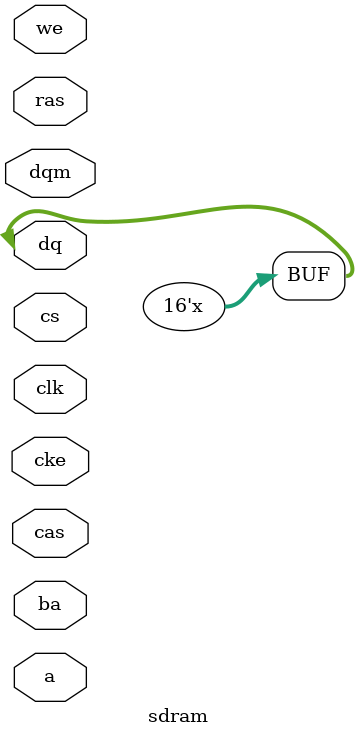
<source format=v>
module sdram(
  input        clk,
  input        cke,
  input        cs,
  input        ras,
  input        cas,
  input        we,
  input [12:0] a,
  input [ 1:0] ba,
  input [ 1:0] dqm,
  inout [15:0] dq
);

  assign dq = 16'bz;

endmodule

</source>
